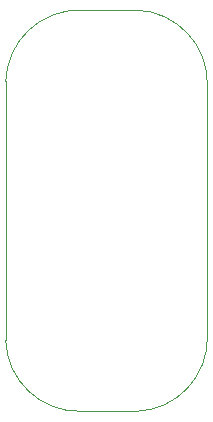
<source format=gbr>
%FSLAX34Y34*%
G04 Gerber Fmt 3.4, Leading zero omitted, Abs format*
G04 (created by PCBNEW (2013-11-28 BZR 4510)-product) date Thu 12 Jun 2014 08:21:47 PM EDT*
%MOIN*%
G01*
G70*
G90*
G04 APERTURE LIST*
%ADD10C,0.005906*%
%ADD11C,0.003937*%
G04 APERTURE END LIST*
G54D10*
G54D11*
X55810Y-39640D02*
X55810Y-31300D01*
X51612Y-42162D02*
G75*
G02X49087Y-39787I-75J2450D01*
G74*
G01*
X55812Y-39637D02*
G75*
G02X53437Y-42162I-2450J-75D01*
G74*
G01*
X51610Y-42160D02*
X53450Y-42160D01*
X49090Y-31160D02*
X49090Y-39790D01*
X51610Y-28790D02*
X53450Y-28790D01*
X55812Y-31312D02*
G75*
G03X53437Y-28787I-2450J75D01*
G74*
G01*
X51612Y-28787D02*
G75*
G03X49087Y-31162I-75J-2450D01*
G74*
G01*
M02*

</source>
